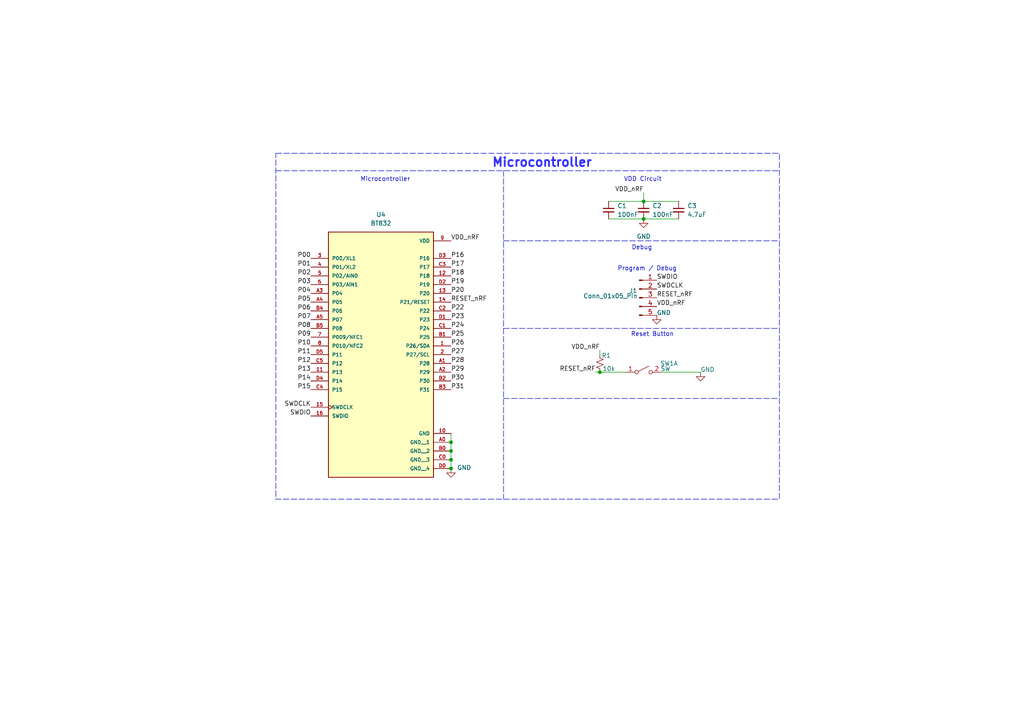
<source format=kicad_sch>
(kicad_sch (version 20250114) (generator "eeschema") (generator_version "9.0")
  (paper "A4")
  (lib_symbols
    (symbol "BT832:BT832" (pin_names (offset 1.016))
      (property "Reference" "U" (at -15.2657 31.2947 0))
      (property "Value" "BT832" (at -15.2623 -43.2283 0))
      (symbol "BT832_0_0"
        (rectangle (start -15.24 -40.64) (end 15.24 30.48) (stroke (width 0.254)) (fill (type background)))
        (pin bidirectional line (at -20.32 22.86 0) (length 5.08) (name "P00/XL1") (number "3"))
        (pin bidirectional line (at -20.32 20.32 0) (length 5.08) (name "P01/XL2") (number "4"))
        (pin bidirectional line (at -20.32 17.78 0) (length 5.08) (name "P02/AIN0") (number "5"))
        (pin bidirectional line (at -20.32 15.24 0) (length 5.08) (name "P03/AIN1") (number "6"))
        (pin bidirectional line (at -20.32 12.7 0) (length 5.08) (name "P04") (number "A3"))
        (pin bidirectional line (at -20.32 10.16 0) (length 5.08) (name "P05") (number "A4"))
        (pin bidirectional line (at -20.32 7.62 0) (length 5.08) (name "P06") (number "B4"))
        (pin bidirectional line (at -20.32 5.08 0) (length 5.08) (name "P07") (number "A5"))
        (pin bidirectional line (at -20.32 2.54 0) (length 5.08) (name "P08") (number "B5"))
        (pin bidirectional line (at -20.32 0 0) (length 5.08) (name "P009/NFC1") (number "7"))
        (pin bidirectional line (at -20.32 -2.54 0) (length 5.08) (name "P010/NFC2") (number "8"))
        (pin bidirectional line (at -20.32 -5.08 0) (length 5.08) (name "P11") (number "D5"))
        (pin bidirectional line (at -20.32 -7.62 0) (length 5.08) (name "P12") (number "C5"))
        (pin bidirectional line (at -20.32 -10.16 0) (length 5.08) (name "P13") (number "11"))
        (pin bidirectional line (at -20.32 -12.7 0) (length 5.08) (name "P14") (number "D4"))
        (pin bidirectional line (at -20.32 -15.24 0) (length 5.08) (name "P15") (number "C4"))
        (pin input clock (at -20.32 -20.32 0) (length 5.08) (name "SWDCLK") (number "15"))
        (pin bidirectional line (at -20.32 -22.86 0) (length 5.08) (name "SWDIO") (number "16"))
        (pin power_in line (at 20.32 27.94 180) (length 5.08) (name "VDD") (number "9"))
        (pin bidirectional line (at 20.32 22.86 180) (length 5.08) (name "P16") (number "D3"))
        (pin bidirectional line (at 20.32 20.32 180) (length 5.08) (name "P17") (number "C3"))
        (pin bidirectional line (at 20.32 17.78 180) (length 5.08) (name "P18") (number "12"))
        (pin bidirectional line (at 20.32 15.24 180) (length 5.08) (name "P19") (number "D2"))
        (pin bidirectional line (at 20.32 12.7 180) (length 5.08) (name "P20") (number "13"))
        (pin bidirectional line (at 20.32 10.16 180) (length 5.08) (name "P21/RESET") (number "14"))
        (pin bidirectional line (at 20.32 7.62 180) (length 5.08) (name "P22") (number "C2"))
        (pin bidirectional line (at 20.32 5.08 180) (length 5.08) (name "P23") (number "D1"))
        (pin bidirectional line (at 20.32 2.54 180) (length 5.08) (name "P24") (number "C1"))
        (pin bidirectional line (at 20.32 0 180) (length 5.08) (name "P25") (number "B1"))
        (pin bidirectional line (at 20.32 -2.54 180) (length 5.08) (name "P26/SDA") (number "1"))
        (pin bidirectional line (at 20.32 -5.08 180) (length 5.08) (name "P27/SCL") (number "2"))
        (pin bidirectional line (at 20.32 -7.62 180) (length 5.08) (name "P28") (number "A1"))
        (pin bidirectional line (at 20.32 -10.16 180) (length 5.08) (name "P29") (number "A2"))
        (pin bidirectional line (at 20.32 -12.7 180) (length 5.08) (name "P30") (number "B2"))
        (pin bidirectional line (at 20.32 -15.24 180) (length 5.08) (name "P31") (number "B3"))
        (pin power_in line (at 20.32 -27.94 180) (length 5.08) (name "GND") (number "10"))
        (pin power_in line (at 20.32 -30.48 180) (length 5.08) (name "GND__1") (number "A0"))
        (pin power_in line (at 20.32 -33.02 180) (length 5.08) (name "GND__2") (number "B0"))
        (pin power_in line (at 20.32 -35.56 180) (length 5.08) (name "GND__3") (number "C0"))
        (pin power_in line (at 20.32 -38.1 180) (length 5.08) (name "GND__4") (number "D0"))
      )
    )
    (symbol "Connector:Conn_01x05_Pin" (pin_names (offset 1.016) (hide yes))
      (property "Reference" "J" (at 0 7.62 0))
      (property "Value" "Conn_01x05_Pin" (at 0 -7.62 0))
      (symbol "Conn_01x05_Pin_1_1"
        (rectangle (start 0.8636 5.207) (end 0 4.953) (stroke (width 0.1524)) (fill (type outline)))
        (rectangle (start 0.8636 2.667) (end 0 2.413) (stroke (width 0.1524)) (fill (type outline)))
        (rectangle (start 0.8636 0.127) (end 0 -0.127) (stroke (width 0.1524)) (fill (type outline)))
        (rectangle (start 0.8636 -2.413) (end 0 -2.667) (stroke (width 0.1524)) (fill (type outline)))
        (rectangle (start 0.8636 -4.953) (end 0 -5.207) (stroke (width 0.1524)) (fill (type outline)))
        (polyline (pts (xy 1.27 5.08) (xy 0.8636 5.08)) (stroke (width 0.1524)))
        (polyline (pts (xy 1.27 2.54) (xy 0.8636 2.54)) (stroke (width 0.1524)))
        (polyline (pts (xy 1.27 0) (xy 0.8636 0)) (stroke (width 0.1524)))
        (polyline (pts (xy 1.27 -2.54) (xy 0.8636 -2.54)) (stroke (width 0.1524)))
        (polyline (pts (xy 1.27 -5.08) (xy 0.8636 -5.08)) (stroke (width 0.1524)))
        (pin passive line (at 5.08 5.08 180) (length 3.81) (name "Pin_1") (number "1"))
        (pin passive line (at 5.08 2.54 180) (length 3.81) (name "Pin_2") (number "2"))
        (pin passive line (at 5.08 0 180) (length 3.81) (name "Pin_3") (number "3"))
        (pin passive line (at 5.08 -2.54 180) (length 3.81) (name "Pin_4") (number "4"))
        (pin passive line (at 5.08 -5.08 180) (length 3.81) (name "Pin_5") (number "5"))
      )
    )
    (symbol "Device:C_Small" (pin_numbers (hide yes)) (pin_names (offset 0.254) (hide yes))
      (property "Reference" "C" (at 0.254 1.778 0))
      (property "Value" "C_Small" (at 0.254 -2.032 0))
      (symbol "C_Small_0_1"
        (polyline (pts (xy -1.524 0.508) (xy 1.524 0.508)) (stroke (width 0.3048)))
        (polyline (pts (xy -1.524 -0.508) (xy 1.524 -0.508)) (stroke (width 0.3302)))
      )
      (symbol "C_Small_1_1"
        (pin passive line (at 0 2.54 270) (length 2.032) (name "~") (number "1"))
        (pin passive line (at 0 -2.54 90) (length 2.032) (name "~") (number "2"))
      )
    )
    (symbol "Device:R_Small_US" (pin_numbers (hide yes)) (pin_names (offset 0.254) (hide yes))
      (property "Reference" "R" (at 0.762 0.508 0))
      (property "Value" "R_Small_US" (at 0.762 -1.016 0))
      (symbol "R_Small_US_1_1"
        (polyline (pts (xy 0 1.524) (xy 1.016 1.143) (xy 0 0.762) (xy -1.016 0.381) (xy 0 0)))
        (polyline (pts (xy 0 0) (xy 1.016 -0.381) (xy 0 -0.762) (xy -1.016 -1.143) (xy 0 -1.524)))
        (pin passive line (at 0 2.54 270) (length 1.016) (name "~") (number "1"))
        (pin passive line (at 0 -2.54 90) (length 1.016) (name "~") (number "2"))
      )
    )
    (symbol "Switch:SW_DPST_x2" (pin_names (offset 0) (hide yes))
      (property "Reference" "SW" (at 0 3.175 0))
      (property "Value" "SW_DPST_x2" (at 0 -2.54 0))
      (symbol "SW_DPST_x2_0_0"
        (circle (center -2.032 0) (radius 0.508))
        (polyline (pts (xy -1.524 0.254) (xy 1.524 1.778)))
        (circle (center 2.032 0) (radius 0.508))
      )
      (symbol "SW_DPST_x2_1_1"
        (pin passive line (at -5.08 0 0) (length 2.54) (name "A") (number "1"))
        (pin passive line (at 5.08 0 180) (length 2.54) (name "B") (number "2"))
      )
      (symbol "SW_DPST_x2_2_1"
        (pin passive line (at -5.08 0 0) (length 2.54) (name "A") (number "3"))
        (pin passive line (at 5.08 0 180) (length 2.54) (name "B") (number "4"))
      )
    )
    (symbol "power:GND" (power) (pin_numbers (hide yes)) (pin_names (offset 0) (hide yes))
      (property "Value" "GND" (at 0 -3.81 0))
      (symbol "GND_0_1"
        (polyline (pts (xy 0 0) (xy 0 -1.27) (xy 1.27 -1.27) (xy 0 -2.54) (xy -1.27 -1.27) (xy 0 -1.27)))
      )
      (symbol "GND_1_1"
        (pin power_in line (at 0 0 270) (length 0) (name "~") (number "1"))
      )
    )
  )
  (rectangle (start 80.01 44.45) (end 226.06 144.78) (stroke (width 0) (type dash)))
  (text "Debug" (at 186.182 71.882 0) (effects (font (size 1.27 1.27))))
  (text "Microcontroller\n" (at 111.76 52.07 0) (effects (font (size 1.27 1.27))))
  (text "VDD Circuit" (at 186.436 52.07 0) (effects (font (size 1.27 1.27))))
  (text "Program / Debug" (at 187.706 77.978 0) (effects (font (size 1.27 1.27))))
  (text "Reset Button" (at 189.23 97.028 0) (effects (font (size 1.27 1.27))))
  (text "Microcontroller" (at 157.226 47.244 0) (effects (font (size 2.54 2.54) (thickness 0.508) (bold yes))))
  (junction (at 130.81 135.89))
  (junction (at 130.81 133.35))
  (junction (at 130.81 130.81))
  (junction (at 130.81 128.27))
  (junction (at 186.69 58.42))
  (junction (at 173.99 107.95))
  (junction (at 186.69 63.5))
  (wire (pts (xy 176.53 58.42) (xy 186.69 58.42)))
  (polyline (pts (xy 146.05 115.57) (xy 226.06 115.57)) (stroke (width 0) (type dash)))
  (wire (pts (xy 130.81 133.35) (xy 130.81 135.89)))
  (polyline (pts (xy 146.05 95.25) (xy 226.06 95.25)) (stroke (width 0) (type dash)))
  (wire (pts (xy 191.77 107.95) (xy 203.2 107.95)))
  (wire (pts (xy 130.81 125.73) (xy 130.81 128.27)))
  (polyline (pts (xy 80.01 49.53) (xy 226.06 49.53)) (stroke (width 0) (type dash)))
  (polyline (pts (xy 146.05 49.53) (xy 146.05 144.78)) (stroke (width 0) (type dash)))
  (polyline (pts (xy 146.05 69.85) (xy 226.06 69.85)) (stroke (width 0) (type dash)))
  (wire (pts (xy 172.72 107.95) (xy 173.99 107.95)))
  (wire (pts (xy 130.81 128.27) (xy 130.81 130.81)))
  (wire (pts (xy 186.69 58.42) (xy 196.85 58.42)))
  (wire (pts (xy 130.81 130.81) (xy 130.81 133.35)))
  (wire (pts (xy 186.69 55.88) (xy 186.69 58.42)))
  (wire (pts (xy 173.99 102.87) (xy 173.99 101.6)))
  (wire (pts (xy 176.53 63.5) (xy 186.69 63.5)))
  (wire (pts (xy 186.69 63.5) (xy 196.85 63.5)))
  (wire (pts (xy 173.99 107.95) (xy 181.61 107.95)))
  (label "P03" (at 90.17 82.55 180))
  (label "P13" (at 90.17 107.95 180))
  (label "P01" (at 90.17 77.47 180))
  (label "P07" (at 90.17 92.71 180))
  (label "P27" (at 130.81 102.87 0))
  (label "P17" (at 130.81 77.47 0))
  (label "RESET_nRF" (at 172.72 107.95 180))
  (label "SWDIO" (at 190.5 81.28 0))
  (label "P22" (at 130.81 90.17 0))
  (label "P16" (at 130.81 74.93 0))
  (label "P25" (at 130.81 97.79 0))
  (label "P10" (at 90.17 100.33 180))
  (label "VDD_nRF" (at 173.99 101.6 180))
  (label "P20" (at 130.81 85.09 0))
  (label "P05" (at 90.17 87.63 180))
  (label "P29" (at 130.81 107.95 0))
  (label "P23" (at 130.81 92.71 0))
  (label "P06" (at 90.17 90.17 180))
  (label "VDD_nRF" (at 186.69 55.88 180))
  (label "P18" (at 130.81 80.01 0))
  (label "P12" (at 90.17 105.41 180))
  (label "SWDCLK" (at 190.5 83.82 0))
  (label "P00" (at 90.17 74.93 180))
  (label "VDD_nRF" (at 130.81 69.85 0))
  (label "P30" (at 130.81 110.49 0))
  (label "P24" (at 130.81 95.25 0))
  (label "P19" (at 130.81 82.55 0))
  (label "RESET_nRF" (at 190.5 86.36 0))
  (label "P11" (at 90.17 102.87 180))
  (label "P08" (at 90.17 95.25 180))
  (label "P26" (at 130.81 100.33 0))
  (label "P02" (at 90.17 80.01 180))
  (label "SWDCLK" (at 90.17 118.11 180))
  (label "P04" (at 90.17 85.09 180))
  (label "SWDIO" (at 90.17 120.65 180))
  (label "P31" (at 130.81 113.03 0))
  (label "VDD_nRF" (at 190.5 88.9 0))
  (label "P09" (at 90.17 97.79 180))
  (label "P15" (at 90.17 113.03 180))
  (label "P28" (at 130.81 105.41 0))
  (label "RESET_nRF" (at 130.81 87.63 0))
  (label "P14" (at 90.17 110.49 180))
  (symbol (lib_id "Connector:Conn_01x05_Pin") (at 185.42 86.36 0) (unit 1)
    (property "Reference" "J1" (at 183.642 84.328 0))
    (property "Value" "Conn_01x05_Pin" (at 177.038 85.852 0))
    (property "Footprint" "Connector_PinHeader_2.54mm:PinHeader_1x05_P2.54mm_Vertical" (effects (hide yes)))
    (property "Description" "Generic connector, single row, 01x05, script generated" (effects (hide yes)))
  )
  (symbol (lib_id "power:GND") (at 190.5 91.44 0) (unit 1)
    (property "Reference" "#PWR08" (effects (hide yes)))
    (property "Value" "GND" (at 192.532 90.678 0))
    (property "Description" "Power symbol creates a global label with name \"GND\" , ground" (effects (hide yes)))
  )
  (symbol (lib_id "Switch:SW_DPST_x2") (at 186.69 107.95 0) (unit 1)
    (property "Reference" "SW1" (at 194.056 105.41 0))
    (property "Value" "SW" (at 193.04 106.934 0))
    (property "Description" "Single Pole Single Throw (SPST) switch, separate symbol" (effects (hide yes)))
  )
  (symbol (lib_id "power:GND") (at 186.69 63.5 0) (unit 1)
    (property "Reference" "#PWR03" (effects (hide yes)))
    (property "Value" "GND" (at 186.69 68.58 0))
    (property "Description" "Power symbol creates a global label with name \"GND\" , ground" (effects (hide yes)))
  )
  (symbol (lib_id "Device:C_Small") (at 186.69 60.96 0) (unit 1)
    (property "Reference" "C2" (at 189.23 59.6962 0) (effects (justify left)))
    (property "Value" "100nF" (at 189.23 62.2362 0) (effects (justify left)))
    (property "Footprint" "Capacitor_SMD:C_0402_1005Metric" (effects (hide yes)))
    (property "Description" "Unpolarized capacitor, small symbol" (effects (hide yes)))
  )
  (symbol (lib_id "Device:C_Small") (at 176.53 60.96 0) (unit 1)
    (property "Reference" "C1" (at 179.07 59.6962 0) (effects (justify left)))
    (property "Value" "100nF" (at 179.07 62.2362 0) (effects (justify left)))
    (property "Footprint" "Capacitor_SMD:C_0402_1005Metric" (effects (hide yes)))
    (property "Description" "Unpolarized capacitor, small symbol" (effects (hide yes)))
  )
  (symbol (lib_id "BT832:BT832") (at 110.49 97.79 0) (unit 1)
    (property "Reference" "U4" (at 110.49 62.23 0))
    (property "Value" "BT832" (at 110.49 64.77 0))
    (property "Footprint" "BT832:BLEMODULE_BT832" (effects (hide yes)))
    (property "PARTREV" "2.04" (effects (hide yes)))
    (property "STANDARD" "Manufacturer Recommendations" (effects (hide yes)))
    (property "MANUFACTURER" "FANSTEL" (effects (hide yes)))
  )
  (symbol (lib_id "Device:R_Small_US") (at 173.99 105.41 0) (unit 1)
    (property "Reference" "R1" (at 174.498 103.124 0) (effects (justify left)))
    (property "Value" "10k" (at 174.752 106.934 0) (effects (justify left)))
    (property "Description" "Resistor, small US symbol" (effects (hide yes)))
  )
  (symbol (lib_id "power:GND") (at 130.81 135.89 0) (unit 1)
    (property "Reference" "#PWR017" (effects (hide yes)))
    (property "Value" "GND" (at 134.62 135.636 0))
    (property "Description" "Power symbol creates a global label with name \"GND\" , ground" (effects (hide yes)))
  )
  (symbol (lib_id "Device:C_Small") (at 196.85 60.96 0) (unit 1)
    (property "Reference" "C3" (at 199.39 59.6962 0) (effects (justify left)))
    (property "Value" "4.7uF" (at 199.39 62.2362 0) (effects (justify left)))
    (property "Footprint" "Capacitor_SMD:C_0201_0603Metric" (effects (hide yes)))
    (property "Description" "Unpolarized capacitor, small symbol" (effects (hide yes)))
  )
  (symbol (lib_id "power:GND") (at 203.2 107.95 0) (unit 1)
    (property "Reference" "#PWR010" (effects (hide yes)))
    (property "Value" "GND" (at 205.232 107.188 0))
    (property "Description" "Power symbol creates a global label with name \"GND\" , ground" (effects (hide yes)))
  )
)
</source>
